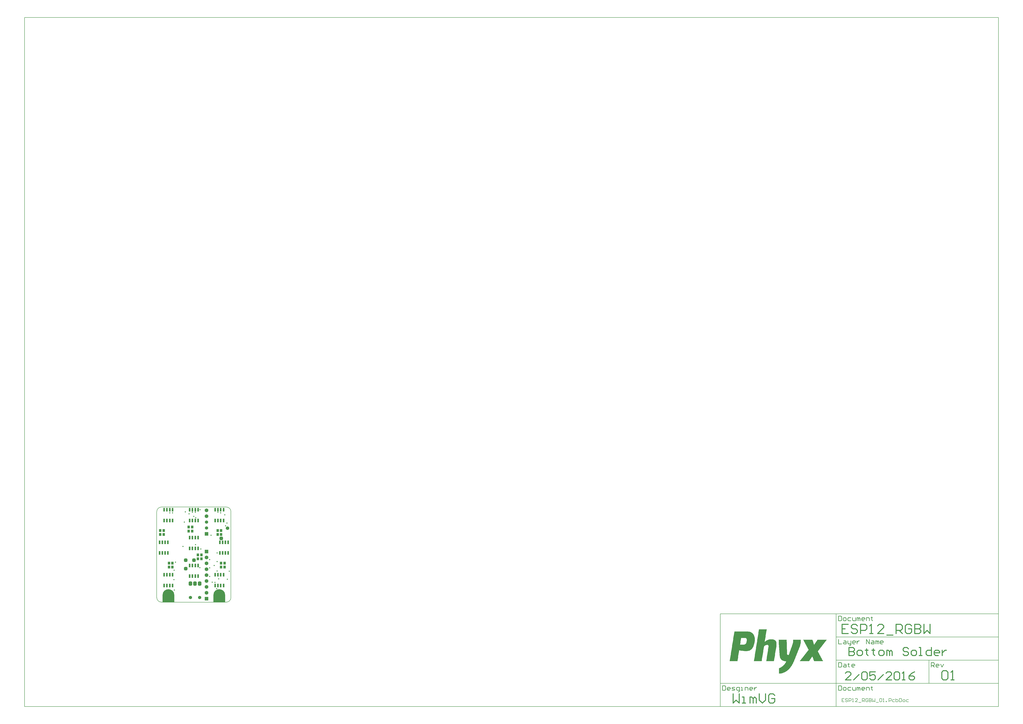
<source format=gbs>
G04 Layer_Color=16711935*
%FSLAX25Y25*%
%MOIN*%
G70*
G01*
G75*
%ADD11C,0.00787*%
%ADD12C,0.00984*%
%ADD40C,0.01575*%
%ADD42C,0.05512*%
%ADD45C,0.05906*%
%ADD53R,0.20079X0.11811*%
%ADD55R,0.04331X0.04724*%
G04:AMPARAMS|DCode=77|XSize=59.06mil|YSize=59.06mil|CornerRadius=15.75mil|HoleSize=0mil|Usage=FLASHONLY|Rotation=90.000|XOffset=0mil|YOffset=0mil|HoleType=Round|Shape=RoundedRectangle|*
%AMROUNDEDRECTD77*
21,1,0.05906,0.02756,0,0,90.0*
21,1,0.02756,0.05906,0,0,90.0*
1,1,0.03150,0.01378,0.01378*
1,1,0.03150,0.01378,-0.01378*
1,1,0.03150,-0.01378,-0.01378*
1,1,0.03150,-0.01378,0.01378*
%
%ADD77ROUNDEDRECTD77*%
%ADD78R,0.06299X0.06299*%
%ADD79C,0.06299*%
G04:AMPARAMS|DCode=80|XSize=70.87mil|YSize=59.06mil|CornerRadius=15.75mil|HoleSize=0mil|Usage=FLASHONLY|Rotation=90.000|XOffset=0mil|YOffset=0mil|HoleType=Round|Shape=RoundedRectangle|*
%AMROUNDEDRECTD80*
21,1,0.07087,0.02756,0,0,90.0*
21,1,0.03937,0.05906,0,0,90.0*
1,1,0.03150,0.01378,0.01969*
1,1,0.03150,0.01378,-0.01969*
1,1,0.03150,-0.01378,-0.01969*
1,1,0.03150,-0.01378,0.01969*
%
%ADD80ROUNDEDRECTD80*%
%ADD81C,0.20079*%
%ADD82C,0.01969*%
%ADD83R,0.03150X0.05906*%
G36*
X1093521Y-64032D02*
Y-64318D01*
Y-64605D01*
Y-64891D01*
Y-65177D01*
Y-65464D01*
Y-65750D01*
Y-66036D01*
Y-66322D01*
Y-66609D01*
Y-66895D01*
Y-67181D01*
Y-67468D01*
Y-67754D01*
Y-68040D01*
Y-68327D01*
Y-68613D01*
Y-68899D01*
Y-69186D01*
Y-69472D01*
Y-69758D01*
X1093234D01*
Y-70044D01*
Y-70331D01*
Y-70617D01*
Y-70903D01*
Y-71190D01*
X1092948D01*
Y-71476D01*
Y-71762D01*
Y-72049D01*
Y-72335D01*
X1092662D01*
Y-72621D01*
Y-72908D01*
Y-73194D01*
Y-73480D01*
X1092375D01*
Y-73767D01*
Y-74053D01*
Y-74339D01*
X1092089D01*
Y-74625D01*
Y-74912D01*
Y-75198D01*
X1091803D01*
Y-75485D01*
Y-75771D01*
Y-76057D01*
X1091516D01*
Y-76343D01*
Y-76630D01*
Y-76916D01*
X1091230D01*
Y-77202D01*
Y-77489D01*
X1090944D01*
Y-77775D01*
Y-78061D01*
X1090657D01*
Y-78348D01*
Y-78634D01*
Y-78920D01*
X1090371D01*
Y-79207D01*
Y-79493D01*
X1090085D01*
Y-79779D01*
Y-80066D01*
Y-80352D01*
X1089799D01*
Y-80638D01*
Y-80924D01*
X1089512D01*
Y-81211D01*
Y-81497D01*
Y-81783D01*
X1089226D01*
Y-82070D01*
Y-82356D01*
X1088939D01*
Y-82642D01*
Y-82929D01*
Y-83215D01*
X1088653D01*
Y-83501D01*
Y-83788D01*
X1088367D01*
Y-84074D01*
Y-84360D01*
Y-84646D01*
X1088081D01*
Y-84933D01*
Y-85219D01*
X1087794D01*
Y-85505D01*
Y-85792D01*
Y-86078D01*
X1087508D01*
Y-86364D01*
Y-86651D01*
X1087222D01*
Y-86937D01*
Y-87223D01*
Y-87510D01*
X1086935D01*
Y-87796D01*
Y-88082D01*
X1086649D01*
Y-88369D01*
Y-88655D01*
Y-88941D01*
X1086363D01*
Y-89227D01*
Y-89514D01*
X1086076D01*
Y-89800D01*
Y-90086D01*
Y-90373D01*
X1085790D01*
Y-90659D01*
Y-90945D01*
X1085504D01*
Y-91232D01*
Y-91518D01*
Y-91804D01*
X1085217D01*
Y-92091D01*
Y-92377D01*
X1084931D01*
Y-92663D01*
Y-92950D01*
Y-93236D01*
X1084645D01*
Y-93522D01*
Y-93809D01*
X1084359D01*
Y-94095D01*
Y-94381D01*
Y-94667D01*
X1084072D01*
Y-94954D01*
Y-95240D01*
X1083786D01*
Y-95526D01*
Y-95813D01*
Y-96099D01*
X1083500D01*
Y-96385D01*
Y-96672D01*
X1083213D01*
Y-96958D01*
Y-97244D01*
Y-97531D01*
X1082927D01*
Y-97817D01*
Y-98103D01*
X1082641D01*
Y-98390D01*
Y-98676D01*
Y-98962D01*
X1082354D01*
Y-99248D01*
Y-99535D01*
X1082068D01*
Y-99821D01*
Y-100107D01*
Y-100394D01*
X1081782D01*
Y-100680D01*
Y-100966D01*
X1081495D01*
Y-101253D01*
Y-101539D01*
X1081209D01*
Y-101825D01*
Y-102112D01*
X1080923D01*
Y-102398D01*
Y-102684D01*
Y-102971D01*
X1080637D01*
Y-103257D01*
X1080350D01*
Y-103543D01*
Y-103829D01*
Y-104116D01*
X1080064D01*
Y-104402D01*
X1079778D01*
Y-104688D01*
Y-104975D01*
X1079491D01*
Y-105261D01*
Y-105547D01*
X1079205D01*
Y-105834D01*
Y-106120D01*
X1078919D01*
Y-106406D01*
Y-106693D01*
X1078632D01*
Y-106979D01*
X1078346D01*
Y-107265D01*
Y-107552D01*
X1078060D01*
Y-107838D01*
Y-108124D01*
X1077773D01*
Y-108410D01*
X1077487D01*
Y-108697D01*
X1077201D01*
Y-108983D01*
Y-109269D01*
X1076914D01*
Y-109556D01*
X1076628D01*
Y-109842D01*
Y-110128D01*
X1076342D01*
Y-110415D01*
X1076056D01*
Y-110701D01*
X1075769D01*
Y-110987D01*
Y-111274D01*
X1075483D01*
Y-111560D01*
X1075196D01*
Y-111846D01*
X1074910D01*
Y-112133D01*
X1074624D01*
Y-112419D01*
X1074338D01*
Y-112705D01*
Y-112991D01*
X1074051D01*
Y-113278D01*
X1073765D01*
Y-113564D01*
X1073479D01*
Y-113850D01*
X1073192D01*
Y-114137D01*
X1072906D01*
Y-114423D01*
X1072620D01*
Y-114709D01*
X1072333D01*
Y-114996D01*
X1071761D01*
Y-115282D01*
X1071474D01*
Y-115568D01*
X1071188D01*
Y-115855D01*
X1070902D01*
Y-116141D01*
X1070615D01*
Y-116427D01*
X1070043D01*
Y-116714D01*
X1069757D01*
Y-117000D01*
X1069184D01*
Y-117286D01*
X1068898D01*
Y-117572D01*
X1068325D01*
Y-117859D01*
X1068039D01*
Y-118145D01*
X1067466D01*
Y-118431D01*
X1066893D01*
Y-118718D01*
X1066321D01*
Y-119004D01*
X1065748D01*
Y-119290D01*
X1065176D01*
Y-119577D01*
X1064317D01*
Y-119863D01*
X1063744D01*
Y-120149D01*
X1062885D01*
Y-120436D01*
X1061740D01*
Y-120722D01*
X1060595D01*
Y-121008D01*
X1058877D01*
Y-121294D01*
X1056872D01*
Y-121581D01*
X1056586D01*
Y-121294D01*
Y-121008D01*
Y-120722D01*
Y-120436D01*
Y-120149D01*
Y-119863D01*
Y-119577D01*
Y-119290D01*
Y-119004D01*
Y-118718D01*
Y-118431D01*
Y-118145D01*
Y-117859D01*
Y-117572D01*
Y-117286D01*
Y-117000D01*
Y-116714D01*
Y-116427D01*
Y-116141D01*
Y-115855D01*
Y-115568D01*
Y-115282D01*
Y-114996D01*
Y-114709D01*
Y-114423D01*
Y-114137D01*
Y-113850D01*
Y-113564D01*
Y-113278D01*
Y-112991D01*
Y-112705D01*
Y-112419D01*
Y-112133D01*
X1057159D01*
Y-111846D01*
X1057731D01*
Y-111560D01*
X1058304D01*
Y-111274D01*
X1058877D01*
Y-110987D01*
X1059449D01*
Y-110701D01*
X1060022D01*
Y-110415D01*
X1060308D01*
Y-110128D01*
X1060881D01*
Y-109842D01*
X1061167D01*
Y-109556D01*
X1061740D01*
Y-109269D01*
X1062026D01*
Y-108983D01*
X1062312D01*
Y-108697D01*
X1062885D01*
Y-108410D01*
X1063171D01*
Y-108124D01*
X1063458D01*
Y-107838D01*
X1063744D01*
Y-107552D01*
X1064030D01*
Y-107265D01*
X1064317D01*
Y-106979D01*
X1064603D01*
Y-106693D01*
X1064889D01*
Y-106406D01*
X1065176D01*
Y-106120D01*
X1065462D01*
Y-105834D01*
X1065748D01*
Y-105547D01*
X1066035D01*
Y-105261D01*
Y-104975D01*
X1066321D01*
Y-104688D01*
X1066607D01*
Y-104402D01*
X1066893D01*
Y-104116D01*
Y-103829D01*
X1067180D01*
Y-103543D01*
X1067466D01*
Y-103257D01*
Y-102971D01*
X1067752D01*
Y-102684D01*
Y-102398D01*
X1068039D01*
Y-102112D01*
X1068325D01*
Y-101825D01*
Y-101539D01*
X1068611D01*
Y-101253D01*
Y-100966D01*
X1068898D01*
Y-100680D01*
Y-100394D01*
X1067180D01*
Y-100107D01*
X1065176D01*
Y-99821D01*
X1064030D01*
Y-99535D01*
X1063458D01*
Y-99248D01*
X1062599D01*
Y-98962D01*
X1062026D01*
Y-98676D01*
X1061740D01*
Y-98390D01*
X1061167D01*
Y-98103D01*
X1060881D01*
Y-97817D01*
X1060595D01*
Y-97531D01*
X1060308D01*
Y-97244D01*
X1060022D01*
Y-96958D01*
X1059736D01*
Y-96672D01*
Y-96385D01*
X1059449D01*
Y-96099D01*
X1059163D01*
Y-95813D01*
Y-95526D01*
X1058877D01*
Y-95240D01*
Y-94954D01*
X1058590D01*
Y-94667D01*
Y-94381D01*
X1058304D01*
Y-94095D01*
Y-93809D01*
Y-93522D01*
X1058018D01*
Y-93236D01*
Y-92950D01*
Y-92663D01*
Y-92377D01*
X1057731D01*
Y-92091D01*
Y-91804D01*
Y-91518D01*
Y-91232D01*
Y-90945D01*
Y-90659D01*
Y-90373D01*
X1057445D01*
Y-90086D01*
Y-89800D01*
Y-89514D01*
Y-89227D01*
Y-88941D01*
Y-88655D01*
Y-88369D01*
Y-88082D01*
Y-87796D01*
Y-87510D01*
Y-87223D01*
Y-86937D01*
Y-86651D01*
Y-86364D01*
Y-86078D01*
X1057159D01*
Y-85792D01*
Y-85505D01*
Y-85219D01*
Y-84933D01*
Y-84646D01*
Y-84360D01*
Y-84074D01*
Y-83788D01*
Y-83501D01*
Y-83215D01*
Y-82929D01*
Y-82642D01*
Y-82356D01*
Y-82070D01*
Y-81783D01*
X1056872D01*
Y-81497D01*
Y-81211D01*
Y-80924D01*
Y-80638D01*
Y-80352D01*
Y-80066D01*
Y-79779D01*
Y-79493D01*
Y-79207D01*
Y-78920D01*
Y-78634D01*
Y-78348D01*
Y-78061D01*
Y-77775D01*
Y-77489D01*
Y-77202D01*
X1056586D01*
Y-76916D01*
Y-76630D01*
Y-76343D01*
Y-76057D01*
Y-75771D01*
Y-75485D01*
Y-75198D01*
Y-74912D01*
Y-74625D01*
Y-74339D01*
Y-74053D01*
Y-73767D01*
Y-73480D01*
Y-73194D01*
Y-72908D01*
Y-72621D01*
X1056300D01*
Y-72335D01*
Y-72049D01*
Y-71762D01*
Y-71476D01*
Y-71190D01*
Y-70903D01*
Y-70617D01*
Y-70331D01*
Y-70044D01*
Y-69758D01*
Y-69472D01*
Y-69186D01*
Y-68899D01*
Y-68613D01*
X1056014D01*
Y-68327D01*
Y-68040D01*
Y-67754D01*
Y-67468D01*
Y-67181D01*
Y-66895D01*
Y-66609D01*
Y-66322D01*
Y-66036D01*
Y-65750D01*
Y-65464D01*
Y-65177D01*
Y-64891D01*
Y-64605D01*
Y-64318D01*
Y-64032D01*
X1055727D01*
Y-63746D01*
X1069470D01*
Y-64032D01*
Y-64318D01*
Y-64605D01*
Y-64891D01*
Y-65177D01*
Y-65464D01*
Y-65750D01*
Y-66036D01*
Y-66322D01*
Y-66609D01*
Y-66895D01*
Y-67181D01*
Y-67468D01*
Y-67754D01*
X1069757D01*
Y-68040D01*
Y-68327D01*
Y-68613D01*
Y-68899D01*
Y-69186D01*
Y-69472D01*
Y-69758D01*
Y-70044D01*
Y-70331D01*
Y-70617D01*
Y-70903D01*
Y-71190D01*
Y-71476D01*
Y-71762D01*
Y-72049D01*
Y-72335D01*
Y-72621D01*
Y-72908D01*
Y-73194D01*
Y-73480D01*
Y-73767D01*
Y-74053D01*
Y-74339D01*
Y-74625D01*
Y-74912D01*
Y-75198D01*
Y-75485D01*
Y-75771D01*
Y-76057D01*
Y-76343D01*
Y-76630D01*
Y-76916D01*
Y-77202D01*
Y-77489D01*
Y-77775D01*
Y-78061D01*
Y-78348D01*
Y-78634D01*
Y-78920D01*
Y-79207D01*
Y-79493D01*
X1070043D01*
Y-79779D01*
X1069757D01*
Y-80066D01*
Y-80352D01*
X1070043D01*
Y-80638D01*
Y-80924D01*
Y-81211D01*
Y-81497D01*
Y-81783D01*
Y-82070D01*
Y-82356D01*
Y-82642D01*
Y-82929D01*
Y-83215D01*
Y-83501D01*
Y-83788D01*
Y-84074D01*
Y-84360D01*
Y-84646D01*
Y-84933D01*
Y-85219D01*
Y-85505D01*
Y-85792D01*
Y-86078D01*
Y-86364D01*
Y-86651D01*
Y-86937D01*
Y-87223D01*
Y-87510D01*
Y-87796D01*
X1070329D01*
Y-88082D01*
Y-88369D01*
Y-88655D01*
X1070615D01*
Y-88941D01*
X1070902D01*
Y-89227D01*
X1071188D01*
Y-89514D01*
X1072047D01*
Y-89800D01*
X1072906D01*
Y-89514D01*
X1073192D01*
Y-89227D01*
Y-88941D01*
Y-88655D01*
X1073479D01*
Y-88369D01*
Y-88082D01*
X1073765D01*
Y-87796D01*
Y-87510D01*
Y-87223D01*
X1074051D01*
Y-86937D01*
Y-86651D01*
Y-86364D01*
X1074338D01*
Y-86078D01*
Y-85792D01*
Y-85505D01*
X1074624D01*
Y-85219D01*
Y-84933D01*
Y-84646D01*
X1074910D01*
Y-84360D01*
Y-84074D01*
X1075196D01*
Y-83788D01*
Y-83501D01*
Y-83215D01*
X1075483D01*
Y-82929D01*
Y-82642D01*
Y-82356D01*
X1075769D01*
Y-82070D01*
Y-81783D01*
Y-81497D01*
X1076056D01*
Y-81211D01*
Y-80924D01*
X1076342D01*
Y-80638D01*
Y-80352D01*
Y-80066D01*
X1076628D01*
Y-79779D01*
Y-79493D01*
Y-79207D01*
X1076914D01*
Y-78920D01*
Y-78634D01*
Y-78348D01*
X1077201D01*
Y-78061D01*
Y-77775D01*
X1077487D01*
Y-77489D01*
Y-77202D01*
Y-76916D01*
X1077773D01*
Y-76630D01*
Y-76343D01*
Y-76057D01*
X1078060D01*
Y-75771D01*
Y-75485D01*
Y-75198D01*
X1078346D01*
Y-74912D01*
Y-74625D01*
X1078632D01*
Y-74339D01*
Y-74053D01*
Y-73767D01*
X1078919D01*
Y-73480D01*
Y-73194D01*
Y-72908D01*
X1079205D01*
Y-72621D01*
Y-72335D01*
Y-72049D01*
X1079491D01*
Y-71762D01*
Y-71476D01*
Y-71190D01*
Y-70903D01*
X1079778D01*
Y-70617D01*
Y-70331D01*
Y-70044D01*
Y-69758D01*
X1080064D01*
Y-69472D01*
Y-69186D01*
Y-68899D01*
Y-68613D01*
Y-68327D01*
X1080350D01*
Y-68040D01*
Y-67754D01*
Y-67468D01*
Y-67181D01*
Y-66895D01*
Y-66609D01*
X1080637D01*
Y-66322D01*
Y-66036D01*
Y-65750D01*
Y-65464D01*
Y-65177D01*
Y-64891D01*
Y-64605D01*
Y-64318D01*
Y-64032D01*
Y-63746D01*
X1093521D01*
Y-64032D01*
D02*
G37*
G36*
X1035685Y-46567D02*
Y-46853D01*
X1035399D01*
Y-47139D01*
Y-47426D01*
Y-47712D01*
Y-47998D01*
Y-48285D01*
Y-48571D01*
X1035113D01*
Y-48857D01*
Y-49144D01*
Y-49430D01*
Y-49716D01*
Y-50003D01*
Y-50289D01*
X1034826D01*
Y-50575D01*
Y-50862D01*
Y-51148D01*
Y-51434D01*
Y-51720D01*
Y-52007D01*
Y-52293D01*
X1034540D01*
Y-52579D01*
Y-52866D01*
Y-53152D01*
Y-53438D01*
Y-53725D01*
Y-54011D01*
X1034254D01*
Y-54297D01*
Y-54584D01*
Y-54870D01*
Y-55156D01*
Y-55443D01*
Y-55729D01*
X1033967D01*
Y-56015D01*
Y-56301D01*
Y-56588D01*
Y-56874D01*
Y-57161D01*
Y-57447D01*
Y-57733D01*
X1033681D01*
Y-58019D01*
Y-58306D01*
Y-58592D01*
Y-58878D01*
Y-59165D01*
Y-59451D01*
X1033395D01*
Y-59737D01*
Y-60024D01*
Y-60310D01*
Y-60596D01*
Y-60883D01*
Y-61169D01*
X1033109D01*
Y-61455D01*
Y-61742D01*
Y-62028D01*
Y-62314D01*
Y-62600D01*
Y-62887D01*
X1032822D01*
Y-63173D01*
Y-63459D01*
Y-63746D01*
Y-64032D01*
Y-64318D01*
Y-64605D01*
Y-64891D01*
X1032536D01*
Y-65177D01*
Y-65464D01*
Y-65750D01*
Y-66036D01*
Y-66322D01*
Y-66609D01*
X1032250D01*
Y-66895D01*
Y-67181D01*
X1032822D01*
Y-66895D01*
X1033109D01*
Y-66609D01*
X1033395D01*
Y-66322D01*
X1033967D01*
Y-66036D01*
X1034254D01*
Y-65750D01*
X1034540D01*
Y-65464D01*
X1035113D01*
Y-65177D01*
X1035685D01*
Y-64891D01*
X1035972D01*
Y-64605D01*
X1036544D01*
Y-64318D01*
X1037403D01*
Y-64032D01*
X1037976D01*
Y-63746D01*
X1038835D01*
Y-63459D01*
X1040266D01*
Y-63173D01*
X1046565D01*
Y-63459D01*
X1047711D01*
Y-63746D01*
X1048569D01*
Y-64032D01*
X1049142D01*
Y-64318D01*
X1049428D01*
Y-64605D01*
X1050001D01*
Y-64891D01*
X1050287D01*
Y-65177D01*
X1050574D01*
Y-65464D01*
X1050860D01*
Y-65750D01*
X1051146D01*
Y-66036D01*
Y-66322D01*
X1051433D01*
Y-66609D01*
Y-66895D01*
X1051719D01*
Y-67181D01*
Y-67468D01*
Y-67754D01*
X1052005D01*
Y-68040D01*
Y-68327D01*
Y-68613D01*
Y-68899D01*
X1052291D01*
Y-69186D01*
Y-69472D01*
Y-69758D01*
Y-70044D01*
Y-70331D01*
Y-70617D01*
Y-70903D01*
Y-71190D01*
Y-71476D01*
Y-71762D01*
Y-72049D01*
Y-72335D01*
Y-72621D01*
Y-72908D01*
Y-73194D01*
Y-73480D01*
Y-73767D01*
Y-74053D01*
X1052005D01*
Y-74339D01*
Y-74625D01*
Y-74912D01*
Y-75198D01*
Y-75485D01*
Y-75771D01*
Y-76057D01*
X1051719D01*
Y-76343D01*
Y-76630D01*
Y-76916D01*
Y-77202D01*
Y-77489D01*
Y-77775D01*
Y-78061D01*
X1051433D01*
Y-78348D01*
Y-78634D01*
Y-78920D01*
Y-79207D01*
Y-79493D01*
Y-79779D01*
X1051146D01*
Y-80066D01*
Y-80352D01*
Y-80638D01*
Y-80924D01*
Y-81211D01*
Y-81497D01*
X1050860D01*
Y-81783D01*
Y-82070D01*
Y-82356D01*
Y-82642D01*
Y-82929D01*
Y-83215D01*
X1050574D01*
Y-83501D01*
Y-83788D01*
Y-84074D01*
Y-84360D01*
Y-84646D01*
Y-84933D01*
Y-85219D01*
X1050287D01*
Y-85505D01*
Y-85792D01*
Y-86078D01*
Y-86364D01*
Y-86651D01*
Y-86937D01*
X1050001D01*
Y-87223D01*
Y-87510D01*
Y-87796D01*
Y-88082D01*
Y-88369D01*
Y-88655D01*
X1049715D01*
Y-88941D01*
Y-89227D01*
Y-89514D01*
Y-89800D01*
Y-90086D01*
Y-90373D01*
Y-90659D01*
X1049428D01*
Y-90945D01*
Y-91232D01*
Y-91518D01*
Y-91804D01*
Y-92091D01*
Y-92377D01*
X1049142D01*
Y-92663D01*
Y-92950D01*
Y-93236D01*
Y-93522D01*
Y-93809D01*
Y-94095D01*
X1048856D01*
Y-94381D01*
Y-94667D01*
Y-94954D01*
Y-95240D01*
Y-95526D01*
Y-95813D01*
X1048569D01*
Y-96099D01*
Y-96385D01*
Y-96672D01*
Y-96958D01*
Y-97244D01*
Y-97531D01*
Y-97817D01*
X1048283D01*
Y-98103D01*
Y-98390D01*
Y-98676D01*
Y-98962D01*
Y-99248D01*
Y-99535D01*
X1047997D01*
Y-99821D01*
Y-100107D01*
X1034826D01*
Y-99821D01*
Y-99535D01*
X1035113D01*
Y-99248D01*
Y-98962D01*
Y-98676D01*
Y-98390D01*
Y-98103D01*
Y-97817D01*
X1035399D01*
Y-97531D01*
Y-97244D01*
Y-96958D01*
Y-96672D01*
Y-96385D01*
Y-96099D01*
Y-95813D01*
X1035685D01*
Y-95526D01*
Y-95240D01*
Y-94954D01*
Y-94667D01*
Y-94381D01*
Y-94095D01*
X1035972D01*
Y-93809D01*
Y-93522D01*
Y-93236D01*
Y-92950D01*
Y-92663D01*
Y-92377D01*
X1036258D01*
Y-92091D01*
Y-91804D01*
Y-91518D01*
Y-91232D01*
Y-90945D01*
Y-90659D01*
Y-90373D01*
X1036544D01*
Y-90086D01*
Y-89800D01*
Y-89514D01*
Y-89227D01*
Y-88941D01*
Y-88655D01*
X1036831D01*
Y-88369D01*
Y-88082D01*
Y-87796D01*
Y-87510D01*
Y-87223D01*
Y-86937D01*
Y-86651D01*
X1037117D01*
Y-86364D01*
Y-86078D01*
Y-85792D01*
Y-85505D01*
Y-85219D01*
Y-84933D01*
X1037403D01*
Y-84646D01*
Y-84360D01*
Y-84074D01*
Y-83788D01*
Y-83501D01*
Y-83215D01*
X1037689D01*
Y-82929D01*
Y-82642D01*
Y-82356D01*
Y-82070D01*
Y-81783D01*
Y-81497D01*
X1037976D01*
Y-81211D01*
Y-80924D01*
Y-80638D01*
Y-80352D01*
Y-80066D01*
Y-79779D01*
Y-79493D01*
X1038262D01*
Y-79207D01*
Y-78920D01*
Y-78634D01*
Y-78348D01*
Y-78061D01*
Y-77775D01*
X1038548D01*
Y-77489D01*
Y-77202D01*
Y-76916D01*
Y-76630D01*
Y-76343D01*
Y-76057D01*
Y-75771D01*
X1038835D01*
Y-75485D01*
Y-75198D01*
Y-74912D01*
Y-74625D01*
Y-74339D01*
Y-74053D01*
X1038548D01*
Y-73767D01*
Y-73480D01*
X1038262D01*
Y-73194D01*
X1037976D01*
Y-72908D01*
X1037403D01*
Y-72621D01*
X1035685D01*
Y-72908D01*
X1034254D01*
Y-73194D01*
X1033395D01*
Y-73480D01*
X1032822D01*
Y-73767D01*
X1032536D01*
Y-74053D01*
X1031963D01*
Y-74339D01*
X1031677D01*
Y-74625D01*
X1031391D01*
Y-74912D01*
Y-75198D01*
X1031104D01*
Y-75485D01*
Y-75771D01*
Y-76057D01*
X1030818D01*
Y-76343D01*
Y-76630D01*
Y-76916D01*
Y-77202D01*
Y-77489D01*
Y-77775D01*
X1030532D01*
Y-78061D01*
Y-78348D01*
Y-78634D01*
Y-78920D01*
Y-79207D01*
Y-79493D01*
Y-79779D01*
X1030245D01*
Y-80066D01*
Y-80352D01*
Y-80638D01*
Y-80924D01*
Y-81211D01*
Y-81497D01*
X1029959D01*
Y-81783D01*
Y-82070D01*
Y-82356D01*
Y-82642D01*
Y-82929D01*
Y-83215D01*
X1029673D01*
Y-83501D01*
Y-83788D01*
Y-84074D01*
Y-84360D01*
Y-84646D01*
Y-84933D01*
X1029387D01*
Y-85219D01*
Y-85505D01*
Y-85792D01*
Y-86078D01*
Y-86364D01*
Y-86651D01*
Y-86937D01*
X1029100D01*
Y-87223D01*
Y-87510D01*
Y-87796D01*
Y-88082D01*
Y-88369D01*
Y-88655D01*
X1028814D01*
Y-88941D01*
Y-89227D01*
Y-89514D01*
Y-89800D01*
Y-90086D01*
Y-90373D01*
X1028528D01*
Y-90659D01*
Y-90945D01*
Y-91232D01*
Y-91518D01*
Y-91804D01*
Y-92091D01*
Y-92377D01*
X1028241D01*
Y-92663D01*
Y-92950D01*
Y-93236D01*
Y-93522D01*
Y-93809D01*
Y-94095D01*
X1027955D01*
Y-94381D01*
Y-94667D01*
Y-94954D01*
Y-95240D01*
Y-95526D01*
Y-95813D01*
X1027669D01*
Y-96099D01*
Y-96385D01*
Y-96672D01*
Y-96958D01*
Y-97244D01*
Y-97531D01*
X1027382D01*
Y-97817D01*
Y-98103D01*
Y-98390D01*
Y-98676D01*
Y-98962D01*
Y-99248D01*
Y-99535D01*
X1027096D01*
Y-99821D01*
Y-100107D01*
X1013926D01*
Y-99821D01*
Y-99535D01*
X1014212D01*
Y-99248D01*
Y-98962D01*
Y-98676D01*
Y-98390D01*
Y-98103D01*
Y-97817D01*
Y-97531D01*
X1014498D01*
Y-97244D01*
Y-96958D01*
Y-96672D01*
Y-96385D01*
Y-96099D01*
Y-95813D01*
X1014785D01*
Y-95526D01*
Y-95240D01*
Y-94954D01*
Y-94667D01*
Y-94381D01*
Y-94095D01*
X1015071D01*
Y-93809D01*
Y-93522D01*
Y-93236D01*
Y-92950D01*
Y-92663D01*
Y-92377D01*
Y-92091D01*
X1015357D01*
Y-91804D01*
Y-91518D01*
Y-91232D01*
Y-90945D01*
Y-90659D01*
Y-90373D01*
X1015643D01*
Y-90086D01*
Y-89800D01*
Y-89514D01*
Y-89227D01*
Y-88941D01*
Y-88655D01*
X1015930D01*
Y-88369D01*
Y-88082D01*
Y-87796D01*
Y-87510D01*
Y-87223D01*
Y-86937D01*
X1016216D01*
Y-86651D01*
Y-86364D01*
Y-86078D01*
Y-85792D01*
Y-85505D01*
Y-85219D01*
Y-84933D01*
X1016502D01*
Y-84646D01*
Y-84360D01*
Y-84074D01*
Y-83788D01*
Y-83501D01*
Y-83215D01*
X1016789D01*
Y-82929D01*
Y-82642D01*
Y-82356D01*
Y-82070D01*
Y-81783D01*
Y-81497D01*
X1017075D01*
Y-81211D01*
Y-80924D01*
Y-80638D01*
Y-80352D01*
Y-80066D01*
Y-79779D01*
Y-79493D01*
X1017361D01*
Y-79207D01*
Y-78920D01*
Y-78634D01*
Y-78348D01*
Y-78061D01*
Y-77775D01*
X1017648D01*
Y-77489D01*
Y-77202D01*
Y-76916D01*
Y-76630D01*
Y-76343D01*
Y-76057D01*
X1017934D01*
Y-75771D01*
Y-75485D01*
Y-75198D01*
Y-74912D01*
Y-74625D01*
Y-74339D01*
X1018220D01*
Y-74053D01*
Y-73767D01*
Y-73480D01*
Y-73194D01*
Y-72908D01*
Y-72621D01*
Y-72335D01*
X1018507D01*
Y-72049D01*
Y-71762D01*
Y-71476D01*
Y-71190D01*
Y-70903D01*
Y-70617D01*
X1018793D01*
Y-70331D01*
Y-70044D01*
Y-69758D01*
Y-69472D01*
Y-69186D01*
Y-68899D01*
X1019079D01*
Y-68613D01*
Y-68327D01*
Y-68040D01*
Y-67754D01*
Y-67468D01*
Y-67181D01*
X1019366D01*
Y-66895D01*
Y-66609D01*
Y-66322D01*
Y-66036D01*
Y-65750D01*
Y-65464D01*
Y-65177D01*
X1019652D01*
Y-64891D01*
Y-64605D01*
Y-64318D01*
Y-64032D01*
Y-63746D01*
Y-63459D01*
X1019938D01*
Y-63173D01*
Y-62887D01*
Y-62600D01*
Y-62314D01*
Y-62028D01*
Y-61742D01*
X1020224D01*
Y-61455D01*
Y-61169D01*
Y-60883D01*
Y-60596D01*
Y-60310D01*
Y-60024D01*
Y-59737D01*
X1020511D01*
Y-59451D01*
Y-59165D01*
Y-58878D01*
Y-58592D01*
Y-58306D01*
Y-58019D01*
X1020797D01*
Y-57733D01*
Y-57447D01*
Y-57161D01*
Y-56874D01*
Y-56588D01*
Y-56301D01*
X1021083D01*
Y-56015D01*
Y-55729D01*
Y-55443D01*
Y-55156D01*
Y-54870D01*
Y-54584D01*
X1021370D01*
Y-54297D01*
Y-54011D01*
Y-53725D01*
Y-53438D01*
Y-53152D01*
Y-52866D01*
Y-52579D01*
X1021656D01*
Y-52293D01*
Y-52007D01*
Y-51720D01*
Y-51434D01*
Y-51148D01*
Y-50862D01*
X1021942D01*
Y-50575D01*
Y-50289D01*
Y-50003D01*
Y-49716D01*
Y-49430D01*
Y-49144D01*
X1022229D01*
Y-48857D01*
Y-48571D01*
Y-48285D01*
Y-47998D01*
Y-47712D01*
Y-47426D01*
Y-47139D01*
X1022515D01*
Y-46853D01*
Y-46567D01*
Y-46281D01*
X1035685D01*
Y-46567D01*
D02*
G37*
G36*
X1004477Y-50003D02*
X1006195D01*
Y-50289D01*
X1007054D01*
Y-50575D01*
X1007913D01*
Y-50862D01*
X1008772D01*
Y-51148D01*
X1009345D01*
Y-51434D01*
X1009631D01*
Y-51720D01*
X1010203D01*
Y-52007D01*
X1010490D01*
Y-52293D01*
X1011062D01*
Y-52579D01*
X1011349D01*
Y-52866D01*
X1011635D01*
Y-53152D01*
X1011921D01*
Y-53438D01*
X1012208D01*
Y-53725D01*
X1012494D01*
Y-54011D01*
X1012780D01*
Y-54297D01*
Y-54584D01*
X1013067D01*
Y-54870D01*
X1013353D01*
Y-55156D01*
Y-55443D01*
X1013639D01*
Y-55729D01*
X1013926D01*
Y-56015D01*
Y-56301D01*
X1014212D01*
Y-56588D01*
Y-56874D01*
Y-57161D01*
X1014498D01*
Y-57447D01*
Y-57733D01*
Y-58019D01*
X1014785D01*
Y-58306D01*
Y-58592D01*
Y-58878D01*
Y-59165D01*
X1015071D01*
Y-59451D01*
Y-59737D01*
Y-60024D01*
Y-60310D01*
Y-60596D01*
X1015357D01*
Y-60883D01*
Y-61169D01*
Y-61455D01*
Y-61742D01*
Y-62028D01*
Y-62314D01*
Y-62600D01*
Y-62887D01*
Y-63173D01*
Y-63459D01*
Y-63746D01*
Y-64032D01*
Y-64318D01*
Y-64605D01*
Y-64891D01*
Y-65177D01*
Y-65464D01*
Y-65750D01*
Y-66036D01*
Y-66322D01*
X1015071D01*
Y-66609D01*
Y-66895D01*
Y-67181D01*
Y-67468D01*
Y-67754D01*
Y-68040D01*
Y-68327D01*
X1014785D01*
Y-68613D01*
Y-68899D01*
Y-69186D01*
Y-69472D01*
Y-69758D01*
X1014498D01*
Y-70044D01*
Y-70331D01*
Y-70617D01*
Y-70903D01*
Y-71190D01*
X1014212D01*
Y-71476D01*
Y-71762D01*
Y-72049D01*
X1013926D01*
Y-72335D01*
Y-72621D01*
Y-72908D01*
Y-73194D01*
X1013639D01*
Y-73480D01*
Y-73767D01*
Y-74053D01*
X1013353D01*
Y-74339D01*
Y-74625D01*
X1013067D01*
Y-74912D01*
Y-75198D01*
Y-75485D01*
X1012780D01*
Y-75771D01*
Y-76057D01*
X1012494D01*
Y-76343D01*
Y-76630D01*
X1012208D01*
Y-76916D01*
Y-77202D01*
X1011921D01*
Y-77489D01*
X1011635D01*
Y-77775D01*
Y-78061D01*
X1011349D01*
Y-78348D01*
X1011062D01*
Y-78634D01*
X1010776D01*
Y-78920D01*
Y-79207D01*
X1010490D01*
Y-79493D01*
X1010203D01*
Y-79779D01*
X1009917D01*
Y-80066D01*
X1009631D01*
Y-80352D01*
X1009345D01*
Y-80638D01*
X1008772D01*
Y-80924D01*
X1008486D01*
Y-81211D01*
X1007913D01*
Y-81497D01*
X1007627D01*
Y-81783D01*
X1007054D01*
Y-82070D01*
X1006195D01*
Y-82356D01*
X1005336D01*
Y-82642D01*
X1004477D01*
Y-82929D01*
X1002759D01*
Y-83215D01*
X997606D01*
Y-82929D01*
X995029D01*
Y-82642D01*
X993025D01*
Y-82356D01*
X991593D01*
Y-82070D01*
X990162D01*
Y-81783D01*
X988730D01*
Y-82070D01*
Y-82356D01*
Y-82642D01*
Y-82929D01*
Y-83215D01*
Y-83501D01*
Y-83788D01*
X988444D01*
Y-84074D01*
Y-84360D01*
Y-84646D01*
Y-84933D01*
Y-85219D01*
Y-85505D01*
X988157D01*
Y-85792D01*
Y-86078D01*
Y-86364D01*
Y-86651D01*
Y-86937D01*
Y-87223D01*
X987871D01*
Y-87510D01*
Y-87796D01*
Y-88082D01*
Y-88369D01*
Y-88655D01*
Y-88941D01*
Y-89227D01*
X987585D01*
Y-89514D01*
Y-89800D01*
Y-90086D01*
Y-90373D01*
Y-90659D01*
Y-90945D01*
X987298D01*
Y-91232D01*
Y-91518D01*
Y-91804D01*
Y-92091D01*
Y-92377D01*
Y-92663D01*
X987012D01*
Y-92950D01*
Y-93236D01*
Y-93522D01*
Y-93809D01*
Y-94095D01*
Y-94381D01*
Y-94667D01*
X986726D01*
Y-94954D01*
Y-95240D01*
Y-95526D01*
Y-95813D01*
Y-96099D01*
Y-96385D01*
X986440D01*
Y-96672D01*
Y-96958D01*
Y-97244D01*
Y-97531D01*
Y-97817D01*
Y-98103D01*
X986153D01*
Y-98390D01*
Y-98676D01*
Y-98962D01*
Y-99248D01*
Y-99535D01*
Y-99821D01*
Y-100107D01*
X972696D01*
Y-99821D01*
X972983D01*
Y-99535D01*
Y-99248D01*
Y-98962D01*
Y-98676D01*
Y-98390D01*
X973269D01*
Y-98103D01*
Y-97817D01*
Y-97531D01*
Y-97244D01*
Y-96958D01*
Y-96672D01*
Y-96385D01*
X973555D01*
Y-96099D01*
Y-95813D01*
Y-95526D01*
Y-95240D01*
Y-94954D01*
Y-94667D01*
X973842D01*
Y-94381D01*
Y-94095D01*
Y-93809D01*
Y-93522D01*
Y-93236D01*
Y-92950D01*
X974128D01*
Y-92663D01*
Y-92377D01*
Y-92091D01*
Y-91804D01*
Y-91518D01*
Y-91232D01*
Y-90945D01*
X974414D01*
Y-90659D01*
Y-90373D01*
Y-90086D01*
Y-89800D01*
Y-89514D01*
Y-89227D01*
X974701D01*
Y-88941D01*
Y-88655D01*
Y-88369D01*
Y-88082D01*
Y-87796D01*
Y-87510D01*
X974987D01*
Y-87223D01*
Y-86937D01*
Y-86651D01*
Y-86364D01*
Y-86078D01*
Y-85792D01*
X975273D01*
Y-85505D01*
Y-85219D01*
Y-84933D01*
Y-84646D01*
Y-84360D01*
Y-84074D01*
Y-83788D01*
X975560D01*
Y-83501D01*
Y-83215D01*
Y-82929D01*
Y-82642D01*
Y-82356D01*
Y-82070D01*
X975846D01*
Y-81783D01*
Y-81497D01*
Y-81211D01*
Y-80924D01*
Y-80638D01*
Y-80352D01*
X976132D01*
Y-80066D01*
Y-79779D01*
Y-79493D01*
Y-79207D01*
Y-78920D01*
Y-78634D01*
X976419D01*
Y-78348D01*
Y-78061D01*
Y-77775D01*
Y-77489D01*
Y-77202D01*
Y-76916D01*
Y-76630D01*
X976705D01*
Y-76343D01*
Y-76057D01*
Y-75771D01*
Y-75485D01*
Y-75198D01*
Y-74912D01*
X976991D01*
Y-74625D01*
Y-74339D01*
Y-74053D01*
Y-73767D01*
Y-73480D01*
Y-73194D01*
X977277D01*
Y-72908D01*
Y-72621D01*
Y-72335D01*
Y-72049D01*
Y-71762D01*
Y-71476D01*
Y-71190D01*
X977564D01*
Y-70903D01*
Y-70617D01*
Y-70331D01*
Y-70044D01*
Y-69758D01*
Y-69472D01*
X977850D01*
Y-69186D01*
Y-68899D01*
Y-68613D01*
Y-68327D01*
Y-68040D01*
Y-67754D01*
X978137D01*
Y-67468D01*
Y-67181D01*
Y-66895D01*
Y-66609D01*
Y-66322D01*
Y-66036D01*
X978423D01*
Y-65750D01*
Y-65464D01*
Y-65177D01*
Y-64891D01*
Y-64605D01*
Y-64318D01*
Y-64032D01*
X978709D01*
Y-63746D01*
Y-63459D01*
Y-63173D01*
Y-62887D01*
Y-62600D01*
Y-62314D01*
X978995D01*
Y-62028D01*
Y-61742D01*
Y-61455D01*
Y-61169D01*
Y-60883D01*
Y-60596D01*
X979282D01*
Y-60310D01*
Y-60024D01*
Y-59737D01*
Y-59451D01*
Y-59165D01*
Y-58878D01*
Y-58592D01*
X979568D01*
Y-58306D01*
Y-58019D01*
Y-57733D01*
Y-57447D01*
Y-57161D01*
Y-56874D01*
X979854D01*
Y-56588D01*
Y-56301D01*
Y-56015D01*
Y-55729D01*
Y-55443D01*
Y-55156D01*
X980141D01*
Y-54870D01*
Y-54584D01*
Y-54297D01*
Y-54011D01*
Y-53725D01*
Y-53438D01*
Y-53152D01*
X980427D01*
Y-52866D01*
Y-52579D01*
Y-52293D01*
Y-52007D01*
Y-51720D01*
Y-51434D01*
X980713D01*
Y-51148D01*
Y-50862D01*
Y-50575D01*
Y-50289D01*
Y-50003D01*
Y-49716D01*
X1004477D01*
Y-50003D01*
D02*
G37*
G36*
X1137613Y-64032D02*
X1137326D01*
Y-64318D01*
X1137040D01*
Y-64605D01*
Y-64891D01*
X1136754D01*
Y-65177D01*
X1136467D01*
Y-65464D01*
X1136181D01*
Y-65750D01*
Y-66036D01*
X1135895D01*
Y-66322D01*
X1135608D01*
Y-66609D01*
X1135322D01*
Y-66895D01*
X1135036D01*
Y-67181D01*
Y-67468D01*
X1134750D01*
Y-67754D01*
X1134463D01*
Y-68040D01*
X1134177D01*
Y-68327D01*
Y-68613D01*
X1133891D01*
Y-68899D01*
X1133604D01*
Y-69186D01*
X1133318D01*
Y-69472D01*
X1133032D01*
Y-69758D01*
Y-70044D01*
X1132745D01*
Y-70331D01*
X1132459D01*
Y-70617D01*
X1132173D01*
Y-70903D01*
Y-71190D01*
X1131886D01*
Y-71476D01*
X1131600D01*
Y-71762D01*
X1131314D01*
Y-72049D01*
Y-72335D01*
X1131028D01*
Y-72621D01*
X1130741D01*
Y-72908D01*
X1130455D01*
Y-73194D01*
X1130169D01*
Y-73480D01*
Y-73767D01*
X1129882D01*
Y-74053D01*
X1129596D01*
Y-74339D01*
X1129310D01*
Y-74625D01*
Y-74912D01*
X1129023D01*
Y-75198D01*
X1128737D01*
Y-75485D01*
X1128451D01*
Y-75771D01*
Y-76057D01*
X1128164D01*
Y-76343D01*
X1127878D01*
Y-76630D01*
X1127592D01*
Y-76916D01*
X1127306D01*
Y-77202D01*
Y-77489D01*
X1127019D01*
Y-77775D01*
X1126733D01*
Y-78061D01*
X1126447D01*
Y-78348D01*
Y-78634D01*
X1126160D01*
Y-78920D01*
X1125874D01*
Y-79207D01*
X1125588D01*
Y-79493D01*
Y-79779D01*
X1125301D01*
Y-80066D01*
X1125015D01*
Y-80352D01*
X1124729D01*
Y-80638D01*
X1124442D01*
Y-80924D01*
Y-81211D01*
X1124156D01*
Y-81497D01*
X1123870D01*
Y-81783D01*
X1123583D01*
Y-82070D01*
Y-82356D01*
X1123297D01*
Y-82642D01*
X1123011D01*
Y-82929D01*
X1122725D01*
Y-83215D01*
X1122438D01*
Y-83501D01*
Y-83788D01*
X1122725D01*
Y-84074D01*
Y-84360D01*
X1123011D01*
Y-84646D01*
Y-84933D01*
X1123297D01*
Y-85219D01*
X1123583D01*
Y-85505D01*
Y-85792D01*
X1123870D01*
Y-86078D01*
Y-86364D01*
X1124156D01*
Y-86651D01*
Y-86937D01*
X1124442D01*
Y-87223D01*
Y-87510D01*
X1124729D01*
Y-87796D01*
Y-88082D01*
X1125015D01*
Y-88369D01*
Y-88655D01*
X1125301D01*
Y-88941D01*
Y-89227D01*
X1125588D01*
Y-89514D01*
Y-89800D01*
X1125874D01*
Y-90086D01*
X1126160D01*
Y-90373D01*
Y-90659D01*
X1126447D01*
Y-90945D01*
Y-91232D01*
X1126733D01*
Y-91518D01*
Y-91804D01*
X1127019D01*
Y-92091D01*
Y-92377D01*
X1127306D01*
Y-92663D01*
Y-92950D01*
X1127592D01*
Y-93236D01*
Y-93522D01*
X1127878D01*
Y-93809D01*
Y-94095D01*
X1128164D01*
Y-94381D01*
X1128451D01*
Y-94667D01*
Y-94954D01*
X1128737D01*
Y-95240D01*
Y-95526D01*
X1129023D01*
Y-95813D01*
Y-96099D01*
X1129310D01*
Y-96385D01*
Y-96672D01*
X1129596D01*
Y-96958D01*
Y-97244D01*
X1129882D01*
Y-97531D01*
Y-97817D01*
X1130169D01*
Y-98103D01*
Y-98390D01*
X1130455D01*
Y-98676D01*
X1130741D01*
Y-98962D01*
Y-99248D01*
X1131028D01*
Y-99535D01*
Y-99821D01*
X1131314D01*
Y-100107D01*
X1116139D01*
Y-99821D01*
X1115853D01*
Y-99535D01*
Y-99248D01*
Y-98962D01*
X1115567D01*
Y-98676D01*
Y-98390D01*
Y-98103D01*
X1115280D01*
Y-97817D01*
Y-97531D01*
X1114994D01*
Y-97244D01*
Y-96958D01*
Y-96672D01*
X1114708D01*
Y-96385D01*
Y-96099D01*
Y-95813D01*
X1114421D01*
Y-95526D01*
Y-95240D01*
X1114135D01*
Y-94954D01*
Y-94667D01*
Y-94381D01*
X1113849D01*
Y-94095D01*
Y-93809D01*
Y-93522D01*
X1113562D01*
Y-93236D01*
Y-92950D01*
Y-92663D01*
X1113276D01*
Y-92377D01*
X1112704D01*
Y-92663D01*
Y-92950D01*
X1112417D01*
Y-93236D01*
X1112131D01*
Y-93522D01*
Y-93809D01*
X1111845D01*
Y-94095D01*
X1111558D01*
Y-94381D01*
Y-94667D01*
X1111272D01*
Y-94954D01*
X1110986D01*
Y-95240D01*
Y-95526D01*
X1110699D01*
Y-95813D01*
X1110413D01*
Y-96099D01*
X1110127D01*
Y-96385D01*
Y-96672D01*
X1109840D01*
Y-96958D01*
X1109554D01*
Y-97244D01*
Y-97531D01*
X1109268D01*
Y-97817D01*
X1108981D01*
Y-98103D01*
Y-98390D01*
X1108695D01*
Y-98676D01*
X1108409D01*
Y-98962D01*
Y-99248D01*
X1108123D01*
Y-99535D01*
X1107836D01*
Y-99821D01*
Y-100107D01*
X1091803D01*
Y-99821D01*
X1092089D01*
Y-99535D01*
X1092375D01*
Y-99248D01*
X1092662D01*
Y-98962D01*
X1092948D01*
Y-98676D01*
Y-98390D01*
X1093234D01*
Y-98103D01*
X1093521D01*
Y-97817D01*
X1093807D01*
Y-97531D01*
X1094093D01*
Y-97244D01*
Y-96958D01*
X1094380D01*
Y-96672D01*
X1094666D01*
Y-96385D01*
X1094952D01*
Y-96099D01*
Y-95813D01*
X1095238D01*
Y-95526D01*
X1095525D01*
Y-95240D01*
X1095811D01*
Y-94954D01*
X1096097D01*
Y-94667D01*
Y-94381D01*
X1096384D01*
Y-94095D01*
X1096670D01*
Y-93809D01*
X1096956D01*
Y-93522D01*
X1097243D01*
Y-93236D01*
Y-92950D01*
X1097529D01*
Y-92663D01*
X1097815D01*
Y-92377D01*
X1098102D01*
Y-92091D01*
Y-91804D01*
X1098388D01*
Y-91518D01*
X1098674D01*
Y-91232D01*
X1098960D01*
Y-90945D01*
X1099247D01*
Y-90659D01*
Y-90373D01*
X1099533D01*
Y-90086D01*
X1099819D01*
Y-89800D01*
X1100106D01*
Y-89514D01*
Y-89227D01*
X1100392D01*
Y-88941D01*
X1100678D01*
Y-88655D01*
X1100965D01*
Y-88369D01*
X1101251D01*
Y-88082D01*
Y-87796D01*
X1101537D01*
Y-87510D01*
X1101824D01*
Y-87223D01*
X1102110D01*
Y-86937D01*
Y-86651D01*
X1102396D01*
Y-86364D01*
X1102683D01*
Y-86078D01*
X1102969D01*
Y-85792D01*
X1103255D01*
Y-85505D01*
Y-85219D01*
X1103541D01*
Y-84933D01*
X1103828D01*
Y-84646D01*
X1104114D01*
Y-84360D01*
X1104400D01*
Y-84074D01*
Y-83788D01*
X1104687D01*
Y-83501D01*
X1104973D01*
Y-83215D01*
X1105259D01*
Y-82929D01*
Y-82642D01*
X1105546D01*
Y-82356D01*
X1105832D01*
Y-82070D01*
X1106118D01*
Y-81783D01*
X1106405D01*
Y-81497D01*
Y-81211D01*
X1106691D01*
Y-80924D01*
Y-80638D01*
Y-80352D01*
X1106405D01*
Y-80066D01*
X1106118D01*
Y-79779D01*
Y-79493D01*
X1105832D01*
Y-79207D01*
Y-78920D01*
X1105546D01*
Y-78634D01*
Y-78348D01*
X1105259D01*
Y-78061D01*
Y-77775D01*
X1104973D01*
Y-77489D01*
Y-77202D01*
X1104687D01*
Y-76916D01*
Y-76630D01*
X1104400D01*
Y-76343D01*
X1104114D01*
Y-76057D01*
Y-75771D01*
X1103828D01*
Y-75485D01*
Y-75198D01*
X1103541D01*
Y-74912D01*
Y-74625D01*
X1103255D01*
Y-74339D01*
Y-74053D01*
X1102969D01*
Y-73767D01*
Y-73480D01*
X1102683D01*
Y-73194D01*
Y-72908D01*
X1102396D01*
Y-72621D01*
X1102110D01*
Y-72335D01*
Y-72049D01*
X1101824D01*
Y-71762D01*
Y-71476D01*
X1101537D01*
Y-71190D01*
Y-70903D01*
X1101251D01*
Y-70617D01*
Y-70331D01*
X1100965D01*
Y-70044D01*
Y-69758D01*
X1100678D01*
Y-69472D01*
Y-69186D01*
X1100392D01*
Y-68899D01*
Y-68613D01*
X1100106D01*
Y-68327D01*
X1099819D01*
Y-68040D01*
Y-67754D01*
X1099533D01*
Y-67468D01*
Y-67181D01*
X1099247D01*
Y-66895D01*
Y-66609D01*
X1098960D01*
Y-66322D01*
Y-66036D01*
X1098674D01*
Y-65750D01*
Y-65464D01*
X1098388D01*
Y-65177D01*
Y-64891D01*
X1098102D01*
Y-64605D01*
X1097815D01*
Y-64318D01*
Y-64032D01*
X1097529D01*
Y-63746D01*
X1113276D01*
Y-64032D01*
X1113562D01*
Y-64318D01*
Y-64605D01*
Y-64891D01*
X1113849D01*
Y-65177D01*
Y-65464D01*
Y-65750D01*
X1114135D01*
Y-66036D01*
Y-66322D01*
Y-66609D01*
X1114421D01*
Y-66895D01*
Y-67181D01*
Y-67468D01*
X1114708D01*
Y-67754D01*
Y-68040D01*
Y-68327D01*
X1114994D01*
Y-68613D01*
Y-68899D01*
Y-69186D01*
X1115280D01*
Y-69472D01*
Y-69758D01*
Y-70044D01*
X1115567D01*
Y-70331D01*
Y-70617D01*
Y-70903D01*
X1115853D01*
Y-71190D01*
Y-71476D01*
Y-71762D01*
Y-72049D01*
X1116426D01*
Y-71762D01*
X1116712D01*
Y-71476D01*
X1116998D01*
Y-71190D01*
Y-70903D01*
X1117284D01*
Y-70617D01*
X1117571D01*
Y-70331D01*
Y-70044D01*
X1117857D01*
Y-69758D01*
X1118143D01*
Y-69472D01*
Y-69186D01*
X1118430D01*
Y-68899D01*
X1118716D01*
Y-68613D01*
Y-68327D01*
X1119002D01*
Y-68040D01*
X1119289D01*
Y-67754D01*
Y-67468D01*
X1119575D01*
Y-67181D01*
X1119861D01*
Y-66895D01*
Y-66609D01*
X1120148D01*
Y-66322D01*
X1120434D01*
Y-66036D01*
Y-65750D01*
X1120720D01*
Y-65464D01*
X1121007D01*
Y-65177D01*
Y-64891D01*
X1121293D01*
Y-64605D01*
X1121579D01*
Y-64318D01*
Y-64032D01*
X1121865D01*
Y-63746D01*
X1137613D01*
Y-64032D01*
D02*
G37*
%LPC*%
G36*
X1000183Y-60883D02*
X992166D01*
Y-61169D01*
Y-61455D01*
Y-61742D01*
Y-62028D01*
Y-62314D01*
X991879D01*
Y-62600D01*
Y-62887D01*
Y-63173D01*
Y-63459D01*
Y-63746D01*
Y-64032D01*
X991593D01*
Y-64318D01*
Y-64605D01*
Y-64891D01*
Y-65177D01*
Y-65464D01*
Y-65750D01*
X991307D01*
Y-66036D01*
Y-66322D01*
Y-66609D01*
Y-66895D01*
Y-67181D01*
Y-67468D01*
X991020D01*
Y-67754D01*
Y-68040D01*
Y-68327D01*
Y-68613D01*
Y-68899D01*
Y-69186D01*
Y-69472D01*
X990734D01*
Y-69758D01*
Y-70044D01*
Y-70331D01*
Y-70617D01*
Y-70903D01*
Y-71190D01*
X990448D01*
Y-71476D01*
Y-71762D01*
Y-72049D01*
X997606D01*
Y-71762D01*
X998751D01*
Y-71476D01*
X999324D01*
Y-71190D01*
X999610D01*
Y-70903D01*
X999896D01*
Y-70617D01*
X1000183D01*
Y-70331D01*
X1000469D01*
Y-70044D01*
Y-69758D01*
X1000755D01*
Y-69472D01*
Y-69186D01*
X1001042D01*
Y-68899D01*
Y-68613D01*
X1001328D01*
Y-68327D01*
Y-68040D01*
Y-67754D01*
Y-67468D01*
X1001614D01*
Y-67181D01*
Y-66895D01*
Y-66609D01*
Y-66322D01*
Y-66036D01*
X1001900D01*
Y-65750D01*
Y-65464D01*
Y-65177D01*
Y-64891D01*
Y-64605D01*
Y-64318D01*
Y-64032D01*
Y-63746D01*
Y-63459D01*
Y-63173D01*
Y-62887D01*
X1001614D01*
Y-62600D01*
Y-62314D01*
X1001328D01*
Y-62028D01*
Y-61742D01*
X1001042D01*
Y-61455D01*
X1000755D01*
Y-61169D01*
X1000183D01*
Y-60883D01*
D02*
G37*
%LPD*%
D11*
X0Y7874D02*
G03*
X7874Y0I7874J0D01*
G01*
Y161417D02*
G03*
X0Y153543I0J-7874D01*
G01*
X125984D02*
G03*
X118110Y161417I-7874J-0D01*
G01*
Y0D02*
G03*
X125984Y7874I-0J7874D01*
G01*
X0Y7874D02*
Y153543D01*
X7874Y0D02*
X118110D01*
X7874Y161417D02*
X118110D01*
X125984Y7874D02*
Y153543D01*
X118110Y0D02*
G03*
X125984Y7874I-0J7874D01*
G01*
Y153543D02*
G03*
X118110Y161417I-7874J-0D01*
G01*
X7874Y161417D02*
G03*
X0Y153543I0J-7874D01*
G01*
Y7874D02*
G03*
X7874Y0I7874J0D01*
G01*
X118110D01*
X0Y7874D02*
Y153543D01*
X7874Y161417D02*
X118110D01*
X125984Y7874D02*
Y153543D01*
X1311024Y-137795D02*
Y-98425D01*
X1153543Y-59055D02*
X1429134D01*
X1153543Y-98425D02*
X1429134D01*
X956693Y-137795D02*
X1429134D01*
X956693Y-19685D02*
X1429134D01*
X956693Y-177165D02*
Y-19685D01*
X1153543Y-177165D02*
Y-19685D01*
X-224410Y992126D02*
X1429134D01*
Y-177165D02*
Y992126D01*
X-224410Y-177165D02*
Y992126D01*
Y-177165D02*
X1429134D01*
X1167322Y-163388D02*
X1163386D01*
Y-169291D01*
X1167322D01*
X1163386Y-166340D02*
X1165354D01*
X1173225Y-164372D02*
X1172241Y-163388D01*
X1170273D01*
X1169289Y-164372D01*
Y-165356D01*
X1170273Y-166340D01*
X1172241D01*
X1173225Y-167324D01*
Y-168307D01*
X1172241Y-169291D01*
X1170273D01*
X1169289Y-168307D01*
X1175193Y-169291D02*
Y-163388D01*
X1178145D01*
X1179129Y-164372D01*
Y-166340D01*
X1178145Y-167324D01*
X1175193D01*
X1181097Y-169291D02*
X1183064D01*
X1182081D01*
Y-163388D01*
X1181097Y-164372D01*
X1189952Y-169291D02*
X1186016D01*
X1189952Y-165356D01*
Y-164372D01*
X1188968Y-163388D01*
X1187000D01*
X1186016Y-164372D01*
X1191920Y-170275D02*
X1195856D01*
X1197824Y-169291D02*
Y-163388D01*
X1200775D01*
X1201759Y-164372D01*
Y-166340D01*
X1200775Y-167324D01*
X1197824D01*
X1199791D02*
X1201759Y-169291D01*
X1207663Y-164372D02*
X1206679Y-163388D01*
X1204711D01*
X1203727Y-164372D01*
Y-168307D01*
X1204711Y-169291D01*
X1206679D01*
X1207663Y-168307D01*
Y-166340D01*
X1205695D01*
X1209631Y-163388D02*
Y-169291D01*
X1212582D01*
X1213566Y-168307D01*
Y-167324D01*
X1212582Y-166340D01*
X1209631D01*
X1212582D01*
X1213566Y-165356D01*
Y-164372D01*
X1212582Y-163388D01*
X1209631D01*
X1215534D02*
Y-169291D01*
X1217502Y-167324D01*
X1219470Y-169291D01*
Y-163388D01*
X1221438Y-170275D02*
X1225374D01*
X1227341Y-164372D02*
X1228325Y-163388D01*
X1230293D01*
X1231277Y-164372D01*
Y-168307D01*
X1230293Y-169291D01*
X1228325D01*
X1227341Y-168307D01*
Y-164372D01*
X1233245Y-169291D02*
X1235213D01*
X1234229D01*
Y-163388D01*
X1233245Y-164372D01*
X1238165Y-169291D02*
Y-168307D01*
X1239149D01*
Y-169291D01*
X1238165D01*
X1243084D02*
Y-163388D01*
X1246036D01*
X1247020Y-164372D01*
Y-166340D01*
X1246036Y-167324D01*
X1243084D01*
X1252924Y-165356D02*
X1249972D01*
X1248988Y-166340D01*
Y-168307D01*
X1249972Y-169291D01*
X1252924D01*
X1254892Y-163388D02*
Y-169291D01*
X1257843D01*
X1258827Y-168307D01*
Y-167324D01*
Y-166340D01*
X1257843Y-165356D01*
X1254892D01*
X1260795Y-163388D02*
Y-169291D01*
X1263747D01*
X1264731Y-168307D01*
Y-164372D01*
X1263747Y-163388D01*
X1260795D01*
X1267683Y-169291D02*
X1269651D01*
X1270635Y-168307D01*
Y-166340D01*
X1269651Y-165356D01*
X1267683D01*
X1266699Y-166340D01*
Y-168307D01*
X1267683Y-169291D01*
X1276538Y-165356D02*
X1273586D01*
X1272602Y-166340D01*
Y-168307D01*
X1273586Y-169291D01*
X1276538D01*
D12*
X1314961Y-110236D02*
Y-102365D01*
X1318896D01*
X1320208Y-103677D01*
Y-106300D01*
X1318896Y-107612D01*
X1314961D01*
X1317584D02*
X1320208Y-110236D01*
X1326768D02*
X1324144D01*
X1322832Y-108924D01*
Y-106300D01*
X1324144Y-104989D01*
X1326768D01*
X1328080Y-106300D01*
Y-107612D01*
X1322832D01*
X1330704Y-104989D02*
X1333327Y-110236D01*
X1335951Y-104989D01*
X960630Y-141735D02*
Y-149606D01*
X964566D01*
X965878Y-148294D01*
Y-143047D01*
X964566Y-141735D01*
X960630D01*
X972437Y-149606D02*
X969813D01*
X968501Y-148294D01*
Y-145671D01*
X969813Y-144359D01*
X972437D01*
X973749Y-145671D01*
Y-146983D01*
X968501D01*
X976373Y-149606D02*
X980309D01*
X981621Y-148294D01*
X980309Y-146983D01*
X977685D01*
X976373Y-145671D01*
X977685Y-144359D01*
X981621D01*
X986868Y-152230D02*
X988180D01*
X989492Y-150918D01*
Y-144359D01*
X985556D01*
X984244Y-145671D01*
Y-148294D01*
X985556Y-149606D01*
X989492D01*
X992116D02*
X994740D01*
X993428D01*
Y-144359D01*
X992116D01*
X998675Y-149606D02*
Y-144359D01*
X1002611D01*
X1003923Y-145671D01*
Y-149606D01*
X1010483D02*
X1007859D01*
X1006547Y-148294D01*
Y-145671D01*
X1007859Y-144359D01*
X1010483D01*
X1011794Y-145671D01*
Y-146983D01*
X1006547D01*
X1014418Y-144359D02*
Y-149606D01*
Y-146983D01*
X1015730Y-145671D01*
X1017042Y-144359D01*
X1018354D01*
X1157480Y-23625D02*
Y-31496D01*
X1161416D01*
X1162728Y-30184D01*
Y-24937D01*
X1161416Y-23625D01*
X1157480D01*
X1166664Y-31496D02*
X1169287D01*
X1170599Y-30184D01*
Y-27560D01*
X1169287Y-26248D01*
X1166664D01*
X1165352Y-27560D01*
Y-30184D01*
X1166664Y-31496D01*
X1178471Y-26248D02*
X1174535D01*
X1173223Y-27560D01*
Y-30184D01*
X1174535Y-31496D01*
X1178471D01*
X1181095Y-26248D02*
Y-30184D01*
X1182407Y-31496D01*
X1186342D01*
Y-26248D01*
X1188966Y-31496D02*
Y-26248D01*
X1190278D01*
X1191590Y-27560D01*
Y-31496D01*
Y-27560D01*
X1192902Y-26248D01*
X1194214Y-27560D01*
Y-31496D01*
X1200774D02*
X1198150D01*
X1196838Y-30184D01*
Y-27560D01*
X1198150Y-26248D01*
X1200774D01*
X1202085Y-27560D01*
Y-28872D01*
X1196838D01*
X1204709Y-31496D02*
Y-26248D01*
X1208645D01*
X1209957Y-27560D01*
Y-31496D01*
X1213893Y-24937D02*
Y-26248D01*
X1212581D01*
X1215205D01*
X1213893D01*
Y-30184D01*
X1215205Y-31496D01*
X1157480Y-62995D02*
Y-70866D01*
X1162728D01*
X1166664Y-65618D02*
X1169287D01*
X1170599Y-66930D01*
Y-70866D01*
X1166664D01*
X1165352Y-69554D01*
X1166664Y-68242D01*
X1170599D01*
X1173223Y-65618D02*
Y-69554D01*
X1174535Y-70866D01*
X1178471D01*
Y-72178D01*
X1177159Y-73490D01*
X1175847D01*
X1178471Y-70866D02*
Y-65618D01*
X1185030Y-70866D02*
X1182407D01*
X1181095Y-69554D01*
Y-66930D01*
X1182407Y-65618D01*
X1185030D01*
X1186342Y-66930D01*
Y-68242D01*
X1181095D01*
X1188966Y-65618D02*
Y-70866D01*
Y-68242D01*
X1190278Y-66930D01*
X1191590Y-65618D01*
X1192902D01*
X1204709Y-70866D02*
Y-62995D01*
X1209957Y-70866D01*
Y-62995D01*
X1213893Y-65618D02*
X1216516D01*
X1217828Y-66930D01*
Y-70866D01*
X1213893D01*
X1212581Y-69554D01*
X1213893Y-68242D01*
X1217828D01*
X1220452Y-70866D02*
Y-65618D01*
X1221764D01*
X1223076Y-66930D01*
Y-70866D01*
Y-66930D01*
X1224388Y-65618D01*
X1225700Y-66930D01*
Y-70866D01*
X1232259D02*
X1229636D01*
X1228324Y-69554D01*
Y-66930D01*
X1229636Y-65618D01*
X1232259D01*
X1233571Y-66930D01*
Y-68242D01*
X1228324D01*
X1157480Y-102365D02*
Y-110236D01*
X1161416D01*
X1162728Y-108924D01*
Y-103677D01*
X1161416Y-102365D01*
X1157480D01*
X1166664Y-104989D02*
X1169287D01*
X1170599Y-106300D01*
Y-110236D01*
X1166664D01*
X1165352Y-108924D01*
X1166664Y-107612D01*
X1170599D01*
X1174535Y-103677D02*
Y-104989D01*
X1173223D01*
X1175847D01*
X1174535D01*
Y-108924D01*
X1175847Y-110236D01*
X1183719D02*
X1181095D01*
X1179783Y-108924D01*
Y-106300D01*
X1181095Y-104989D01*
X1183719D01*
X1185030Y-106300D01*
Y-107612D01*
X1179783D01*
X1157480Y-141735D02*
Y-149606D01*
X1161416D01*
X1162728Y-148294D01*
Y-143047D01*
X1161416Y-141735D01*
X1157480D01*
X1166664Y-149606D02*
X1169287D01*
X1170599Y-148294D01*
Y-145671D01*
X1169287Y-144359D01*
X1166664D01*
X1165352Y-145671D01*
Y-148294D01*
X1166664Y-149606D01*
X1178471Y-144359D02*
X1174535D01*
X1173223Y-145671D01*
Y-148294D01*
X1174535Y-149606D01*
X1178471D01*
X1181095Y-144359D02*
Y-148294D01*
X1182407Y-149606D01*
X1186342D01*
Y-144359D01*
X1188966Y-149606D02*
Y-144359D01*
X1190278D01*
X1191590Y-145671D01*
Y-149606D01*
Y-145671D01*
X1192902Y-144359D01*
X1194214Y-145671D01*
Y-149606D01*
X1200774D02*
X1198150D01*
X1196838Y-148294D01*
Y-145671D01*
X1198150Y-144359D01*
X1200774D01*
X1202085Y-145671D01*
Y-146983D01*
X1196838D01*
X1204709Y-149606D02*
Y-144359D01*
X1208645D01*
X1209957Y-145671D01*
Y-149606D01*
X1213893Y-143047D02*
Y-144359D01*
X1212581D01*
X1215205D01*
X1213893D01*
Y-148294D01*
X1215205Y-149606D01*
D40*
X1175197Y-76776D02*
Y-90551D01*
X1182084D01*
X1184380Y-88255D01*
Y-85960D01*
X1182084Y-83664D01*
X1175197D01*
X1182084D01*
X1184380Y-81368D01*
Y-79072D01*
X1182084Y-76776D01*
X1175197D01*
X1191268Y-90551D02*
X1195860D01*
X1198155Y-88255D01*
Y-83664D01*
X1195860Y-81368D01*
X1191268D01*
X1188972Y-83664D01*
Y-88255D01*
X1191268Y-90551D01*
X1205043Y-79072D02*
Y-81368D01*
X1202747D01*
X1207339D01*
X1205043D01*
Y-88255D01*
X1207339Y-90551D01*
X1216522Y-79072D02*
Y-81368D01*
X1214226D01*
X1218818D01*
X1216522D01*
Y-88255D01*
X1218818Y-90551D01*
X1228001D02*
X1232593D01*
X1234889Y-88255D01*
Y-83664D01*
X1232593Y-81368D01*
X1228001D01*
X1225706Y-83664D01*
Y-88255D01*
X1228001Y-90551D01*
X1239481D02*
Y-81368D01*
X1241776D01*
X1244072Y-83664D01*
Y-90551D01*
Y-83664D01*
X1246368Y-81368D01*
X1248664Y-83664D01*
Y-90551D01*
X1276214Y-79072D02*
X1273918Y-76776D01*
X1269327D01*
X1267031Y-79072D01*
Y-81368D01*
X1269327Y-83664D01*
X1273918D01*
X1276214Y-85960D01*
Y-88255D01*
X1273918Y-90551D01*
X1269327D01*
X1267031Y-88255D01*
X1283102Y-90551D02*
X1287693D01*
X1289989Y-88255D01*
Y-83664D01*
X1287693Y-81368D01*
X1283102D01*
X1280806Y-83664D01*
Y-88255D01*
X1283102Y-90551D01*
X1294581D02*
X1299173D01*
X1296877D01*
Y-76776D01*
X1294581D01*
X1315244D02*
Y-90551D01*
X1308356D01*
X1306060Y-88255D01*
Y-83664D01*
X1308356Y-81368D01*
X1315244D01*
X1326723Y-90551D02*
X1322131D01*
X1319835Y-88255D01*
Y-83664D01*
X1322131Y-81368D01*
X1326723D01*
X1329019Y-83664D01*
Y-85960D01*
X1319835D01*
X1333610Y-81368D02*
Y-90551D01*
Y-85960D01*
X1335906Y-83664D01*
X1338202Y-81368D01*
X1340498D01*
X978347Y-155517D02*
Y-171260D01*
X983594Y-166012D01*
X988842Y-171260D01*
Y-155517D01*
X994089Y-171260D02*
X999337D01*
X996713D01*
Y-160765D01*
X994089D01*
X1007209Y-171260D02*
Y-160765D01*
X1009832D01*
X1012456Y-163388D01*
Y-171260D01*
Y-163388D01*
X1015080Y-160765D01*
X1017704Y-163388D01*
Y-171260D01*
X1022952Y-155517D02*
Y-166012D01*
X1028199Y-171260D01*
X1033447Y-166012D01*
Y-155517D01*
X1049190Y-158141D02*
X1046566Y-155517D01*
X1041318D01*
X1038694Y-158141D01*
Y-168636D01*
X1041318Y-171260D01*
X1046566D01*
X1049190Y-168636D01*
Y-163388D01*
X1043942D01*
X1332677Y-118771D02*
X1335301Y-116147D01*
X1340549D01*
X1343172Y-118771D01*
Y-129266D01*
X1340549Y-131890D01*
X1335301D01*
X1332677Y-129266D01*
Y-118771D01*
X1348420Y-131890D02*
X1353668D01*
X1351044D01*
Y-116147D01*
X1348420Y-118771D01*
X1178475Y-131890D02*
X1169291D01*
X1178475Y-122706D01*
Y-120411D01*
X1176179Y-118115D01*
X1171587D01*
X1169291Y-120411D01*
X1183066Y-131890D02*
X1192250Y-122706D01*
X1196842Y-120411D02*
X1199137Y-118115D01*
X1203729D01*
X1206025Y-120411D01*
Y-129594D01*
X1203729Y-131890D01*
X1199137D01*
X1196842Y-129594D01*
Y-120411D01*
X1219800Y-118115D02*
X1210617D01*
Y-125002D01*
X1215208Y-122706D01*
X1217504D01*
X1219800Y-125002D01*
Y-129594D01*
X1217504Y-131890D01*
X1212912D01*
X1210617Y-129594D01*
X1224392Y-131890D02*
X1233575Y-122706D01*
X1247350Y-131890D02*
X1238167D01*
X1247350Y-122706D01*
Y-120411D01*
X1245054Y-118115D01*
X1240463D01*
X1238167Y-120411D01*
X1251942D02*
X1254238Y-118115D01*
X1258829D01*
X1261125Y-120411D01*
Y-129594D01*
X1258829Y-131890D01*
X1254238D01*
X1251942Y-129594D01*
Y-120411D01*
X1265717Y-131890D02*
X1270309D01*
X1268013D01*
Y-118115D01*
X1265717Y-120411D01*
X1286380Y-118115D02*
X1281788Y-120411D01*
X1277196Y-125002D01*
Y-129594D01*
X1279492Y-131890D01*
X1284084D01*
X1286380Y-129594D01*
Y-127298D01*
X1284084Y-125002D01*
X1277196D01*
X1173881Y-37407D02*
X1163386D01*
Y-53150D01*
X1173881D01*
X1163386Y-45278D02*
X1168633D01*
X1189624Y-40031D02*
X1187000Y-37407D01*
X1181753D01*
X1179129Y-40031D01*
Y-42654D01*
X1181753Y-45278D01*
X1187000D01*
X1189624Y-47902D01*
Y-50526D01*
X1187000Y-53150D01*
X1181753D01*
X1179129Y-50526D01*
X1194872Y-53150D02*
Y-37407D01*
X1202743D01*
X1205367Y-40031D01*
Y-45278D01*
X1202743Y-47902D01*
X1194872D01*
X1210615Y-53150D02*
X1215862D01*
X1213239D01*
Y-37407D01*
X1210615Y-40031D01*
X1234229Y-53150D02*
X1223734D01*
X1234229Y-42654D01*
Y-40031D01*
X1231605Y-37407D01*
X1226358D01*
X1223734Y-40031D01*
X1239477Y-55773D02*
X1249972D01*
X1255220Y-53150D02*
Y-37407D01*
X1263091D01*
X1265715Y-40031D01*
Y-45278D01*
X1263091Y-47902D01*
X1255220D01*
X1260467D02*
X1265715Y-53150D01*
X1281458Y-40031D02*
X1278834Y-37407D01*
X1273586D01*
X1270963Y-40031D01*
Y-50526D01*
X1273586Y-53150D01*
X1278834D01*
X1281458Y-50526D01*
Y-45278D01*
X1276210D01*
X1286705Y-37407D02*
Y-53150D01*
X1294577D01*
X1297201Y-50526D01*
Y-47902D01*
X1294577Y-45278D01*
X1286705D01*
X1294577D01*
X1297201Y-42654D01*
Y-40031D01*
X1294577Y-37407D01*
X1286705D01*
X1302448D02*
Y-53150D01*
X1307696Y-47902D01*
X1312944Y-53150D01*
Y-37407D01*
D42*
X72835Y7874D02*
D03*
X57087D02*
D03*
X84646Y135709D02*
D03*
Y125709D02*
D03*
D45*
X120079Y125591D02*
D03*
D53*
X106299Y5906D02*
D03*
X19685D02*
D03*
D55*
X11811Y121457D02*
D03*
Y114764D02*
D03*
X5906Y121457D02*
D03*
Y114764D02*
D03*
X20670Y66339D02*
D03*
Y59646D02*
D03*
X103347Y121457D02*
D03*
Y114764D02*
D03*
X26575Y66339D02*
D03*
Y59646D02*
D03*
X109252Y121457D02*
D03*
Y114764D02*
D03*
Y66339D02*
D03*
Y59646D02*
D03*
X115158Y66339D02*
D03*
Y59646D02*
D03*
X54134Y127363D02*
D03*
Y120670D02*
D03*
X60040Y127363D02*
D03*
Y120670D02*
D03*
X69882Y80118D02*
D03*
Y73426D02*
D03*
X75788Y80118D02*
D03*
Y73426D02*
D03*
D77*
X109449Y108268D02*
D03*
X63173Y71048D02*
D03*
X49031D02*
D03*
Y56905D02*
D03*
D78*
X84646Y5709D02*
D03*
Y85709D02*
D03*
Y115709D02*
D03*
D79*
Y15709D02*
D03*
Y25709D02*
D03*
Y35709D02*
D03*
Y35709D02*
D03*
Y45709D02*
D03*
Y55709D02*
D03*
Y65709D02*
D03*
Y75709D02*
D03*
Y155709D02*
D03*
Y145709D02*
D03*
D80*
X64961Y31496D02*
D03*
X72835D02*
D03*
X57087D02*
D03*
D81*
X19685Y11811D02*
D03*
X106299D02*
D03*
D82*
X102362Y52756D02*
D03*
Y68898D02*
D03*
X123228Y52362D02*
D03*
X73228Y58366D02*
D03*
X29134Y38189D02*
D03*
X116929Y129528D02*
D03*
X98819Y33563D02*
D03*
X94095Y33858D02*
D03*
X46850Y135827D02*
D03*
X65748Y97638D02*
D03*
X74803Y90158D02*
D03*
X119095Y134055D02*
D03*
X44488Y94488D02*
D03*
X103937Y152362D02*
D03*
X115354Y148031D02*
D03*
X108563Y151575D02*
D03*
X62992Y145669D02*
D03*
X97638Y62205D02*
D03*
X102362Y83465D02*
D03*
X101892Y22911D02*
D03*
X29921Y20472D02*
D03*
X29528Y54331D02*
D03*
X31890Y67913D02*
D03*
X92126Y113386D02*
D03*
X119882Y38976D02*
D03*
X89764Y58268D02*
D03*
Y72047D02*
D03*
Y43504D02*
D03*
X105118Y39370D02*
D03*
X26772Y151575D02*
D03*
X22047D02*
D03*
X48425Y153150D02*
D03*
X60630Y152362D02*
D03*
X73622Y156693D02*
D03*
X65354Y152362D02*
D03*
X54724Y150000D02*
D03*
X66142Y143307D02*
D03*
D83*
X22047Y156693D02*
D03*
X26772D02*
D03*
X17323D02*
D03*
X12598D02*
D03*
Y138583D02*
D03*
X17323D02*
D03*
X26772D02*
D03*
X22047D02*
D03*
X108661Y156693D02*
D03*
X113386D02*
D03*
X103937D02*
D03*
X99213D02*
D03*
Y138583D02*
D03*
X103937D02*
D03*
X113386D02*
D03*
X108661D02*
D03*
X116535Y101575D02*
D03*
X121260D02*
D03*
X111811D02*
D03*
X107087D02*
D03*
Y83465D02*
D03*
X111811D02*
D03*
X121260D02*
D03*
X116535D02*
D03*
X14173Y101575D02*
D03*
X18898D02*
D03*
X9449D02*
D03*
X4724D02*
D03*
Y83465D02*
D03*
X9449D02*
D03*
X18898D02*
D03*
X14173D02*
D03*
X108661Y46457D02*
D03*
X113386D02*
D03*
X103937D02*
D03*
X99213D02*
D03*
Y28346D02*
D03*
X103937D02*
D03*
X113386D02*
D03*
X108661D02*
D03*
X22047Y46457D02*
D03*
X26772D02*
D03*
X17323D02*
D03*
X12598D02*
D03*
Y28346D02*
D03*
X17323D02*
D03*
X26772D02*
D03*
X22047D02*
D03*
X65354Y138583D02*
D03*
X70079D02*
D03*
X60630D02*
D03*
X55905D02*
D03*
Y156693D02*
D03*
X60630D02*
D03*
X70079D02*
D03*
X65354D02*
D03*
Y91339D02*
D03*
X70079D02*
D03*
X60630D02*
D03*
X55905D02*
D03*
Y109449D02*
D03*
X60630D02*
D03*
X70079D02*
D03*
X65354D02*
D03*
Y44094D02*
D03*
X70079D02*
D03*
X60630D02*
D03*
X55905D02*
D03*
Y62205D02*
D03*
X60630D02*
D03*
X70079D02*
D03*
X65354D02*
D03*
M02*

</source>
